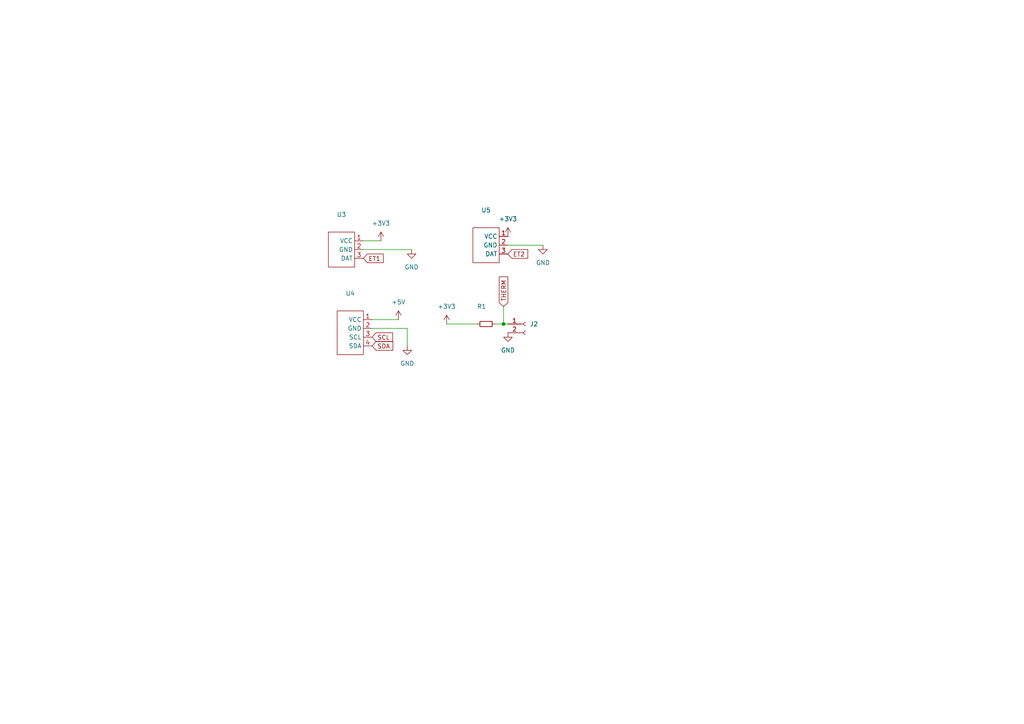
<source format=kicad_sch>
(kicad_sch (version 20211123) (generator eeschema)
  (paper "A4")
  (lib_symbols
    (symbol "Connector:Conn_01x02_Female" (pin_names (offset 1.016) hide)
      (property "Reference" "J" (at 0 2.54 0))
      (property "Value" "Conn_01x02_Female" (at 0 -5.08 0))
      (symbol "Conn_01x02_Female_1_1"
        (arc (start 0 -2.032) (mid -0.508 -2.54) (end 0 -3.048) (stroke (width 0.1524)))
        (polyline (pts (xy -1.27 -2.54) (xy -0.508 -2.54)) (stroke (width 0.1524)))
        (polyline (pts (xy -1.27 0) (xy -0.508 0)) (stroke (width 0.1524)))
        (arc (start 0 0.508) (mid -0.508 0) (end 0 -0.508) (stroke (width 0.1524)))
        (pin passive line (at -5.08 0 0) (length 3.81) (name "Pin_1") (number "1"))
        (pin passive line (at -5.08 -2.54 0) (length 3.81) (name "Pin_2") (number "2"))
      )
    )
    (symbol "Device:R_Small" (pin_numbers hide) (pin_names (offset 0.254) hide)
      (property "Reference" "R" (at 0.762 0.508 0))
      (property "Value" "R_Small" (at 0.762 -1.016 0))
      (symbol "R_Small_0_1"
        (rectangle (start -0.762 1.778) (end 0.762 -1.778) (stroke (width 0.2032)))
      )
      (symbol "R_Small_1_1"
        (pin passive line (at 0 2.54 270) (length 0.762) (name "~") (number "1"))
        (pin passive line (at 0 -2.54 90) (length 0.762) (name "~") (number "2"))
      )
    )
    (symbol "Userlibrary:DSB1820"
      (property "Reference" "U" (at 0 0 0))
      (property "Value" "DSB1820" (at 0 0 0))
      (symbol "DSB1820_0_1"
        (rectangle (start 0 10.16) (end 7.62 0))
      )
      (symbol "DSB1820_1_1"
        (pin input line (at 10.16 7.62 180) (length 2.54) (name "VCC") (number "1"))
        (pin input line (at 10.16 5.08 180) (length 2.54) (name "GND") (number "2"))
        (pin input line (at 10.16 2.54 180) (length 2.54) (name "DAT") (number "3"))
      )
    )
    (symbol "Userlibrary:MLX90614-ESF"
      (property "Reference" "U" (at 0 0 0))
      (property "Value" "MLX90614-ESF" (at 0 0 0))
      (symbol "MLX90614-ESF_0_1"
        (rectangle (start 0 12.7) (end 7.62 0))
      )
      (symbol "MLX90614-ESF_1_1"
        (pin power_in line (at 10.16 10.16 180) (length 2.54) (name "VCC") (number "1"))
        (pin power_in line (at 10.16 7.62 180) (length 2.54) (name "GND") (number "2"))
        (pin input line (at 10.16 5.08 180) (length 2.54) (name "SCL") (number "3"))
        (pin input line (at 10.16 2.54 180) (length 2.54) (name "SDA") (number "4"))
      )
    )
    (symbol "power:+3.3V" (power) (pin_names (offset 0))
      (property "Value" "+3.3V" (at 0 3.556 0))
      (symbol "+3.3V_0_1"
        (polyline (pts (xy -0.762 1.27) (xy 0 2.54)))
        (polyline (pts (xy 0 0) (xy 0 2.54)))
        (polyline (pts (xy 0 2.54) (xy 0.762 1.27)))
      )
      (symbol "+3.3V_1_1"
        (pin power_in line (at 0 0 90) (length 0) hide (name "+3V3") (number "1"))
      )
    )
    (symbol "power:+3V3" (power) (pin_names (offset 0))
      (property "Value" "+3V3" (at 0 3.556 0))
      (symbol "+3V3_0_1"
        (polyline (pts (xy -0.762 1.27) (xy 0 2.54)))
        (polyline (pts (xy 0 0) (xy 0 2.54)))
        (polyline (pts (xy 0 2.54) (xy 0.762 1.27)))
      )
      (symbol "+3V3_1_1"
        (pin power_in line (at 0 0 90) (length 0) hide (name "+3V3") (number "1"))
      )
    )
    (symbol "power:+5V" (power) (pin_names (offset 0))
      (property "Value" "+5V" (at 0 3.556 0))
      (symbol "+5V_0_1"
        (polyline (pts (xy -0.762 1.27) (xy 0 2.54)))
        (polyline (pts (xy 0 0) (xy 0 2.54)))
        (polyline (pts (xy 0 2.54) (xy 0.762 1.27)))
      )
      (symbol "+5V_1_1"
        (pin power_in line (at 0 0 90) (length 0) hide (name "+5V") (number "1"))
      )
    )
    (symbol "power:GND" (power) (pin_names (offset 0))
      (property "Value" "GND" (at 0 -3.81 0))
      (symbol "GND_0_1"
        (polyline (pts (xy 0 0) (xy 0 -1.27) (xy 1.27 -1.27) (xy 0 -2.54) (xy -1.27 -1.27) (xy 0 -1.27)))
      )
      (symbol "GND_1_1"
        (pin power_in line (at 0 0 270) (length 0) hide (name "GND") (number "1"))
      )
    )
  )
  (junction (at 146.05 93.98))
  (wire (pts (xy 146.05 88.9) (xy 146.05 93.98)))
  (wire (pts (xy 107.95 95.25) (xy 118.11 95.25)))
  (wire (pts (xy 105.41 72.39) (xy 119.38 72.39)))
  (wire (pts (xy 146.05 93.98) (xy 147.32 93.98)))
  (wire (pts (xy 107.95 92.71) (xy 115.57 92.71)))
  (wire (pts (xy 118.11 95.25) (xy 118.11 100.33)))
  (wire (pts (xy 110.49 69.85) (xy 105.41 69.85)))
  (wire (pts (xy 147.32 71.12) (xy 157.48 71.12)))
  (wire (pts (xy 129.54 93.98) (xy 138.43 93.98)))
  (wire (pts (xy 143.51 93.98) (xy 146.05 93.98)))
  (global_label "SCL" (shape input) (at 107.95 97.79 0) (property "Intersheet References" "${INTERSHEET_REFS}" (effects hide)))
  (global_label "THERM" (shape input) (at 146.05 88.9 90) (property "Intersheet References" "${INTERSHEET_REFS}" (effects hide)))
  (global_label "ET2" (shape input) (at 147.32 73.66 0) (property "Intersheet References" "${INTERSHEET_REFS}" (effects hide)))
  (global_label "SDA" (shape input) (at 107.95 100.33 0) (property "Intersheet References" "${INTERSHEET_REFS}" (effects hide)))
  (global_label "ET1" (shape input) (at 105.41 74.93 0) (property "Intersheet References" "${INTERSHEET_REFS}" (effects hide)))
  (symbol (lib_id "power:+5V") (at 115.57 92.71 0) (unit 1)
    (property "Reference" "#PWR0108" (effects hide))
    (property "Value" "+5V" (at 115.57 87.63 0))
  )
  (symbol (lib_id "power:+3V3") (at 129.54 93.98 0) (unit 1)
    (property "Reference" "#PWR0109" (effects hide))
    (property "Value" "+3V3" (at 129.54 88.9 0))
  )
  (symbol (lib_id "Connector:Conn_01x02_Female") (at 152.4 93.98 0) (unit 1)
    (property "Reference" "J2" (at 153.67 93.9799 0) (effects (justify left)))
  )
  (symbol (lib_id "Userlibrary:MLX90614-ESF") (at 97.79 102.87 0) (unit 1)
    (property "Reference" "U4" (at 101.6 85.09 0))
  )
  (symbol (lib_id "power:+3.3V") (at 147.32 68.58 0) (unit 1)
    (property "Reference" "#PWR0112" (effects hide))
    (property "Value" "+3.3V" (at 147.32 63.5 0))
  )
  (symbol (lib_id "power:GND") (at 157.48 71.12 0) (unit 1)
    (property "Reference" "#PWR0113" (effects hide))
    (property "Value" "GND" (at 157.48 76.2 0))
  )
  (symbol (lib_id "power:GND") (at 147.32 96.52 0) (unit 1)
    (property "Reference" "#PWR0114" (effects hide))
    (property "Value" "GND" (at 147.32 101.6 0))
  )
  (symbol (lib_id "power:GND") (at 119.38 72.39 0) (unit 1)
    (property "Reference" "#PWR0111" (effects hide))
    (property "Value" "GND" (at 119.38 77.47 0))
  )
  (symbol (lib_id "Userlibrary:DSB1820") (at 95.25 77.47 0) (unit 1)
    (property "Reference" "U3" (at 99.06 62.23 0))
  )
  (symbol (lib_id "Userlibrary:DSB1820") (at 137.16 76.2 0) (unit 1)
    (property "Reference" "U5" (at 140.97 60.96 0))
  )
  (symbol (lib_id "power:+3.3V") (at 110.49 69.85 0) (unit 1)
    (property "Reference" "#PWR0110" (effects hide))
    (property "Value" "+3.3V" (at 110.49 64.77 0))
  )
  (symbol (lib_id "Device:R_Small") (at 140.97 93.98 90) (unit 1)
    (property "Reference" "R1" (at 139.7 88.9 90))
  )
  (symbol (lib_id "power:GND") (at 118.11 100.33 0) (unit 1)
    (property "Reference" "#PWR0107" (effects hide))
    (property "Value" "GND" (at 118.11 105.41 0))
  )
)
</source>
